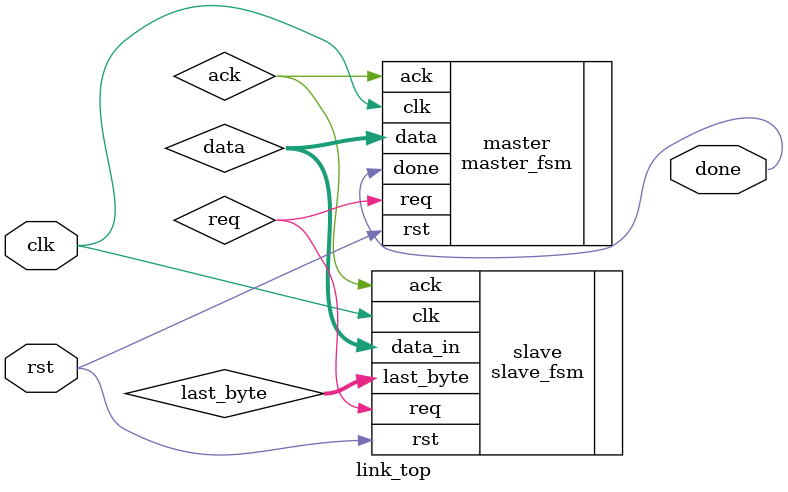
<source format=v>
module link_top(
    input  wire clk,
    input  wire rst,
    output wire done
);
    wire req;
    wire ack;
    wire [7:0] data;
    wire [7:0] last_byte;

    master_fsm master(
        .clk(clk), .rst(rst), .ack(ack),
        .req(req), .data(data), .done(done)
    );

    slave_fsm slave(
        .clk(clk), .rst(rst), .req(req),
        .data_in(data), .ack(ack), .last_byte(last_byte)
    );

endmodule

</source>
